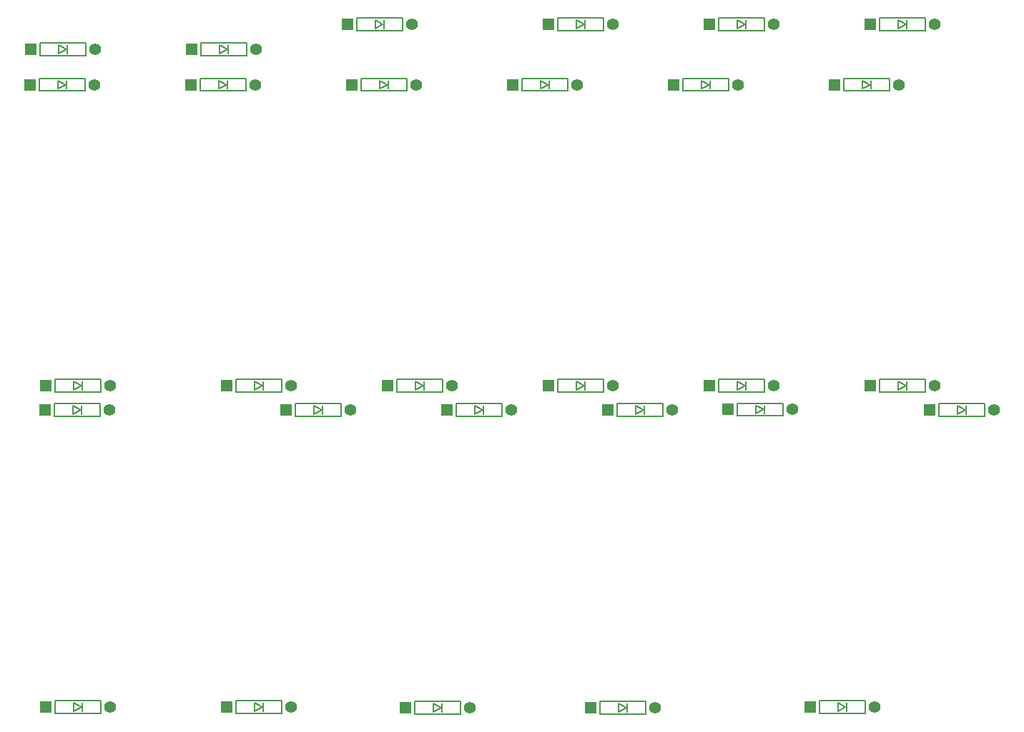
<source format=gbr>
G04 #@! TF.GenerationSoftware,KiCad,Pcbnew,7.0.8*
G04 #@! TF.CreationDate,2023-10-21T06:46:12+09:00*
G04 #@! TF.ProjectId,ckb9,636b6239-2e6b-4696-9361-645f70636258,rev?*
G04 #@! TF.SameCoordinates,Original*
G04 #@! TF.FileFunction,Legend,Top*
G04 #@! TF.FilePolarity,Positive*
%FSLAX46Y46*%
G04 Gerber Fmt 4.6, Leading zero omitted, Abs format (unit mm)*
G04 Created by KiCad (PCBNEW 7.0.8) date 2023-10-21 06:46:12*
%MOMM*%
%LPD*%
G01*
G04 APERTURE LIST*
%ADD10C,0.150000*%
%ADD11R,1.397000X1.397000*%
%ADD12C,1.397000*%
G04 APERTURE END LIST*
D10*
X422640000Y56510000D02*
X422640000Y55010000D01*
X422640000Y55010000D02*
X428040000Y55010000D01*
X424840000Y56260000D02*
X425740000Y55760000D01*
X424840000Y55260000D02*
X424840000Y56260000D01*
X425740000Y55760000D02*
X424840000Y55260000D01*
X425840000Y55260000D02*
X425840000Y56260000D01*
X428040000Y56510000D02*
X422640000Y56510000D01*
X428040000Y55010000D02*
X428040000Y56510000D01*
X498780000Y52317500D02*
X498780000Y50817500D01*
X498780000Y50817500D02*
X504180000Y50817500D01*
X500980000Y52067500D02*
X501880000Y51567500D01*
X500980000Y51067500D02*
X500980000Y52067500D01*
X501880000Y51567500D02*
X500980000Y51067500D01*
X501980000Y51067500D02*
X501980000Y52067500D01*
X504180000Y52317500D02*
X498780000Y52317500D01*
X504180000Y50817500D02*
X504180000Y52317500D01*
X479730000Y52317500D02*
X479730000Y50817500D01*
X479730000Y50817500D02*
X485130000Y50817500D01*
X481930000Y52067500D02*
X482830000Y51567500D01*
X481930000Y51067500D02*
X481930000Y52067500D01*
X482830000Y51567500D02*
X481930000Y51067500D01*
X482930000Y51067500D02*
X482930000Y52067500D01*
X485130000Y52317500D02*
X479730000Y52317500D01*
X485130000Y50817500D02*
X485130000Y52317500D01*
X460120000Y59470000D02*
X460120000Y57970000D01*
X460120000Y57970000D02*
X465520000Y57970000D01*
X462320000Y59220000D02*
X463220000Y58720000D01*
X462320000Y58220000D02*
X462320000Y59220000D01*
X463220000Y58720000D02*
X462320000Y58220000D01*
X463320000Y58220000D02*
X463320000Y59220000D01*
X465520000Y59470000D02*
X460120000Y59470000D01*
X465520000Y57970000D02*
X465520000Y59470000D01*
X522032500Y59470000D02*
X522032500Y57970000D01*
X522032500Y57970000D02*
X527432500Y57970000D01*
X524232500Y59220000D02*
X525132500Y58720000D01*
X524232500Y58220000D02*
X524232500Y59220000D01*
X525132500Y58720000D02*
X524232500Y58220000D01*
X525232500Y58220000D02*
X525232500Y59220000D01*
X527432500Y59470000D02*
X522032500Y59470000D01*
X527432500Y57970000D02*
X527432500Y59470000D01*
X441690000Y56510000D02*
X441690000Y55010000D01*
X441690000Y55010000D02*
X447090000Y55010000D01*
X443890000Y56260000D02*
X444790000Y55760000D01*
X443890000Y55260000D02*
X443890000Y56260000D01*
X444790000Y55760000D02*
X443890000Y55260000D01*
X444890000Y55260000D02*
X444890000Y56260000D01*
X447090000Y56510000D02*
X441690000Y56510000D01*
X447090000Y55010000D02*
X447090000Y56510000D01*
X502982500Y59470000D02*
X502982500Y57970000D01*
X502982500Y57970000D02*
X508382500Y57970000D01*
X505182500Y59220000D02*
X506082500Y58720000D01*
X505182500Y58220000D02*
X505182500Y59220000D01*
X506082500Y58720000D02*
X505182500Y58220000D01*
X506182500Y58220000D02*
X506182500Y59220000D01*
X508382500Y59470000D02*
X502982500Y59470000D01*
X508382500Y57970000D02*
X508382500Y59470000D01*
X517830000Y52317500D02*
X517830000Y50817500D01*
X517830000Y50817500D02*
X523230000Y50817500D01*
X520030000Y52067500D02*
X520930000Y51567500D01*
X520030000Y51067500D02*
X520030000Y52067500D01*
X520930000Y51567500D02*
X520030000Y51067500D01*
X521030000Y51067500D02*
X521030000Y52067500D01*
X523230000Y52317500D02*
X517830000Y52317500D01*
X523230000Y50817500D02*
X523230000Y52317500D01*
X514889000Y-21492500D02*
X514889000Y-22992500D01*
X514889000Y-22992500D02*
X520289000Y-22992500D01*
X517089000Y-21742500D02*
X517989000Y-22242500D01*
X517089000Y-22742500D02*
X517089000Y-21742500D01*
X517989000Y-22242500D02*
X517089000Y-22742500D01*
X518089000Y-22742500D02*
X518089000Y-21742500D01*
X520289000Y-21492500D02*
X514889000Y-21492500D01*
X520289000Y-22992500D02*
X520289000Y-21492500D01*
X464882500Y16607500D02*
X464882500Y15107500D01*
X464882500Y15107500D02*
X470282500Y15107500D01*
X467082500Y16357500D02*
X467982500Y15857500D01*
X467082500Y15357500D02*
X467082500Y16357500D01*
X467982500Y15857500D02*
X467082500Y15357500D01*
X468082500Y15357500D02*
X468082500Y16357500D01*
X470282500Y16607500D02*
X464882500Y16607500D01*
X470282500Y15107500D02*
X470282500Y16607500D01*
X483932500Y16607500D02*
X483932500Y15107500D01*
X483932500Y15107500D02*
X489332500Y15107500D01*
X486132500Y16357500D02*
X487032500Y15857500D01*
X486132500Y15357500D02*
X486132500Y16357500D01*
X487032500Y15857500D02*
X486132500Y15357500D01*
X487132500Y15357500D02*
X487132500Y16357500D01*
X489332500Y16607500D02*
X483932500Y16607500D01*
X489332500Y15107500D02*
X489332500Y16607500D01*
X502982500Y16607500D02*
X502982500Y15107500D01*
X502982500Y15107500D02*
X508382500Y15107500D01*
X505182500Y16357500D02*
X506082500Y15857500D01*
X505182500Y15357500D02*
X505182500Y16357500D01*
X506082500Y15857500D02*
X505182500Y15357500D01*
X506182500Y15357500D02*
X506182500Y16357500D01*
X508382500Y16607500D02*
X502982500Y16607500D01*
X508382500Y15107500D02*
X508382500Y16607500D01*
X522032500Y16607500D02*
X522032500Y15107500D01*
X522032500Y15107500D02*
X527432500Y15107500D01*
X524232500Y16357500D02*
X525132500Y15857500D01*
X524232500Y15357500D02*
X524232500Y16357500D01*
X525132500Y15857500D02*
X524232500Y15357500D01*
X525232500Y15357500D02*
X525232500Y16357500D01*
X527432500Y16607500D02*
X522032500Y16607500D01*
X527432500Y15107500D02*
X527432500Y16607500D01*
X452867500Y13727500D02*
X452867500Y12227500D01*
X452867500Y12227500D02*
X458267500Y12227500D01*
X455067500Y13477500D02*
X455967500Y12977500D01*
X455067500Y12477500D02*
X455067500Y13477500D01*
X455967500Y12977500D02*
X455067500Y12477500D01*
X456067500Y12477500D02*
X456067500Y13477500D01*
X458267500Y13727500D02*
X452867500Y13727500D01*
X458267500Y12227500D02*
X458267500Y13727500D01*
X471917500Y13727500D02*
X471917500Y12227500D01*
X471917500Y12227500D02*
X477317500Y12227500D01*
X474117500Y13477500D02*
X475017500Y12977500D01*
X474117500Y12477500D02*
X474117500Y13477500D01*
X475017500Y12977500D02*
X474117500Y12477500D01*
X475117500Y12477500D02*
X475117500Y13477500D01*
X477317500Y13727500D02*
X471917500Y13727500D01*
X477317500Y12227500D02*
X477317500Y13727500D01*
X490967500Y13727500D02*
X490967500Y12227500D01*
X490967500Y12227500D02*
X496367500Y12227500D01*
X493167500Y13477500D02*
X494067500Y12977500D01*
X493167500Y12477500D02*
X493167500Y13477500D01*
X494067500Y12977500D02*
X493167500Y12477500D01*
X494167500Y12477500D02*
X494167500Y13477500D01*
X496367500Y13727500D02*
X490967500Y13727500D01*
X496367500Y12227500D02*
X496367500Y13727500D01*
X505200000Y13800000D02*
X505200000Y12300000D01*
X505200000Y12300000D02*
X510600000Y12300000D01*
X507400000Y13550000D02*
X508300000Y13050000D01*
X507400000Y12550000D02*
X507400000Y13550000D01*
X508300000Y13050000D02*
X507400000Y12550000D01*
X508400000Y12550000D02*
X508400000Y13550000D01*
X510600000Y13800000D02*
X505200000Y13800000D01*
X510600000Y12300000D02*
X510600000Y13800000D01*
X529067500Y13727500D02*
X529067500Y12227500D01*
X529067500Y12227500D02*
X534467500Y12227500D01*
X531267500Y13477500D02*
X532167500Y12977500D01*
X531267500Y12477500D02*
X531267500Y13477500D01*
X532167500Y12977500D02*
X531267500Y12477500D01*
X532267500Y12477500D02*
X532267500Y13477500D01*
X534467500Y13727500D02*
X529067500Y13727500D01*
X534467500Y12227500D02*
X534467500Y13727500D01*
X445832500Y-21492500D02*
X445832500Y-22992500D01*
X445832500Y-22992500D02*
X451232500Y-22992500D01*
X448032500Y-21742500D02*
X448932500Y-22242500D01*
X448032500Y-22742500D02*
X448032500Y-21742500D01*
X448932500Y-22242500D02*
X448032500Y-22742500D01*
X449032500Y-22742500D02*
X449032500Y-21742500D01*
X451232500Y-21492500D02*
X445832500Y-21492500D01*
X451232500Y-22992500D02*
X451232500Y-21492500D01*
X424401000Y16607500D02*
X424401000Y15107500D01*
X424401000Y15107500D02*
X429801000Y15107500D01*
X426601000Y16357500D02*
X427501000Y15857500D01*
X426601000Y15357500D02*
X426601000Y16357500D01*
X427501000Y15857500D02*
X426601000Y15357500D01*
X427601000Y15357500D02*
X427601000Y16357500D01*
X429801000Y16607500D02*
X424401000Y16607500D01*
X429801000Y15107500D02*
X429801000Y16607500D01*
X424401000Y-21492500D02*
X424401000Y-22992500D01*
X424401000Y-22992500D02*
X429801000Y-22992500D01*
X426601000Y-21742500D02*
X427501000Y-22242500D01*
X426601000Y-22742500D02*
X426601000Y-21742500D01*
X427501000Y-22242500D02*
X426601000Y-22742500D01*
X427601000Y-22742500D02*
X427601000Y-21742500D01*
X429801000Y-21492500D02*
X424401000Y-21492500D01*
X429801000Y-22992500D02*
X429801000Y-21492500D01*
X424360000Y13730000D02*
X424360000Y12230000D01*
X424360000Y12230000D02*
X429760000Y12230000D01*
X426560000Y13480000D02*
X427460000Y12980000D01*
X426560000Y12480000D02*
X426560000Y13480000D01*
X427460000Y12980000D02*
X426560000Y12480000D01*
X427560000Y12480000D02*
X427560000Y13480000D01*
X429760000Y13730000D02*
X424360000Y13730000D01*
X429760000Y12230000D02*
X429760000Y13730000D01*
X460680000Y52317500D02*
X460680000Y50817500D01*
X460680000Y50817500D02*
X466080000Y50817500D01*
X462880000Y52067500D02*
X463780000Y51567500D01*
X462880000Y51067500D02*
X462880000Y52067500D01*
X463780000Y51567500D02*
X462880000Y51067500D01*
X463880000Y51067500D02*
X463880000Y52067500D01*
X466080000Y52317500D02*
X460680000Y52317500D01*
X466080000Y50817500D02*
X466080000Y52317500D01*
X445832500Y16607500D02*
X445832500Y15107500D01*
X445832500Y15107500D02*
X451232500Y15107500D01*
X448032500Y16357500D02*
X448932500Y15857500D01*
X448032500Y15357500D02*
X448032500Y16357500D01*
X448932500Y15857500D02*
X448032500Y15357500D01*
X449032500Y15357500D02*
X449032500Y16357500D01*
X451232500Y16607500D02*
X445832500Y16607500D01*
X451232500Y15107500D02*
X451232500Y16607500D01*
X422580000Y52317500D02*
X422580000Y50817500D01*
X422580000Y50817500D02*
X427980000Y50817500D01*
X424780000Y52067500D02*
X425680000Y51567500D01*
X424780000Y51067500D02*
X424780000Y52067500D01*
X425680000Y51567500D02*
X424780000Y51067500D01*
X425780000Y51067500D02*
X425780000Y52067500D01*
X427980000Y52317500D02*
X422580000Y52317500D01*
X427980000Y50817500D02*
X427980000Y52317500D01*
X441630000Y52317500D02*
X441630000Y50817500D01*
X441630000Y50817500D02*
X447030000Y50817500D01*
X443830000Y52067500D02*
X444730000Y51567500D01*
X443830000Y51067500D02*
X443830000Y52067500D01*
X444730000Y51567500D02*
X443830000Y51067500D01*
X444830000Y51067500D02*
X444830000Y52067500D01*
X447030000Y52317500D02*
X441630000Y52317500D01*
X447030000Y50817500D02*
X447030000Y52317500D01*
X483932500Y59470000D02*
X483932500Y57970000D01*
X483932500Y57970000D02*
X489332500Y57970000D01*
X486132500Y59220000D02*
X487032500Y58720000D01*
X486132500Y58220000D02*
X486132500Y59220000D01*
X487032500Y58720000D02*
X486132500Y58220000D01*
X487132500Y58220000D02*
X487132500Y59220000D01*
X489332500Y59470000D02*
X483932500Y59470000D01*
X489332500Y57970000D02*
X489332500Y59470000D01*
X488910000Y-21540000D02*
X488910000Y-23040000D01*
X488910000Y-23040000D02*
X494310000Y-23040000D01*
X491110000Y-21790000D02*
X492010000Y-22290000D01*
X491110000Y-22790000D02*
X491110000Y-21790000D01*
X492010000Y-22290000D02*
X491110000Y-22790000D01*
X492110000Y-22790000D02*
X492110000Y-21790000D01*
X494310000Y-21540000D02*
X488910000Y-21540000D01*
X494310000Y-23040000D02*
X494310000Y-21540000D01*
X467000000Y-21540000D02*
X467000000Y-23040000D01*
X467000000Y-23040000D02*
X472400000Y-23040000D01*
X469200000Y-21790000D02*
X470100000Y-22290000D01*
X469200000Y-22790000D02*
X469200000Y-21790000D01*
X470100000Y-22290000D02*
X469200000Y-22790000D01*
X470200000Y-22790000D02*
X470200000Y-21790000D01*
X472400000Y-21540000D02*
X467000000Y-21540000D01*
X472400000Y-23040000D02*
X472400000Y-21540000D01*
D11*
X421530000Y55760000D03*
D12*
X429150000Y55760000D03*
D11*
X497670000Y51567500D03*
D12*
X505290000Y51567500D03*
D11*
X478620000Y51567500D03*
D12*
X486240000Y51567500D03*
D11*
X459010000Y58720000D03*
D12*
X466630000Y58720000D03*
D11*
X520922500Y58720000D03*
D12*
X528542500Y58720000D03*
D11*
X440580000Y55760000D03*
D12*
X448200000Y55760000D03*
D11*
X501872500Y58720000D03*
D12*
X509492500Y58720000D03*
D11*
X516720000Y51567500D03*
D12*
X524340000Y51567500D03*
D11*
X513779000Y-22242500D03*
D12*
X521399000Y-22242500D03*
D11*
X463772500Y15857500D03*
D12*
X471392500Y15857500D03*
D11*
X482822500Y15857500D03*
D12*
X490442500Y15857500D03*
D11*
X501872500Y15857500D03*
D12*
X509492500Y15857500D03*
D11*
X520922500Y15857500D03*
D12*
X528542500Y15857500D03*
D11*
X451757500Y12977500D03*
D12*
X459377500Y12977500D03*
D11*
X470807500Y12977500D03*
D12*
X478427500Y12977500D03*
D11*
X489857500Y12977500D03*
D12*
X497477500Y12977500D03*
D11*
X504090000Y13050000D03*
D12*
X511710000Y13050000D03*
D11*
X527957500Y12977500D03*
D12*
X535577500Y12977500D03*
D11*
X444722500Y-22242500D03*
D12*
X452342500Y-22242500D03*
D11*
X423291000Y15857500D03*
D12*
X430911000Y15857500D03*
D11*
X423291000Y-22242500D03*
D12*
X430911000Y-22242500D03*
D11*
X423250000Y12980000D03*
D12*
X430870000Y12980000D03*
D11*
X459570000Y51567500D03*
D12*
X467190000Y51567500D03*
D11*
X444722500Y15857500D03*
D12*
X452342500Y15857500D03*
D11*
X421470000Y51567500D03*
D12*
X429090000Y51567500D03*
D11*
X440520000Y51567500D03*
D12*
X448140000Y51567500D03*
D11*
X482822500Y58720000D03*
D12*
X490442500Y58720000D03*
D11*
X487800000Y-22290000D03*
D12*
X495420000Y-22290000D03*
D11*
X465890000Y-22290000D03*
D12*
X473510000Y-22290000D03*
M02*

</source>
